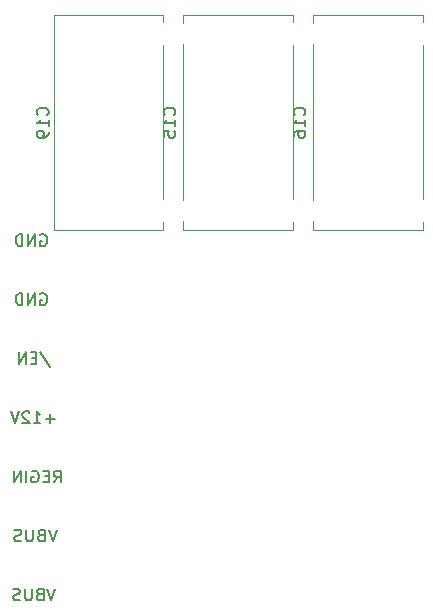
<source format=gbo>
G04 #@! TF.GenerationSoftware,KiCad,Pcbnew,6.0.2+dfsg-1*
G04 #@! TF.CreationDate,2024-12-12T20:43:20+00:00*
G04 #@! TF.ProjectId,HV_PSU,48565f50-5355-42e6-9b69-6361645f7063,rev?*
G04 #@! TF.SameCoordinates,Original*
G04 #@! TF.FileFunction,Legend,Bot*
G04 #@! TF.FilePolarity,Positive*
%FSLAX46Y46*%
G04 Gerber Fmt 4.6, Leading zero omitted, Abs format (unit mm)*
G04 Created by KiCad (PCBNEW 6.0.2+dfsg-1) date 2024-12-12 20:43:20*
%MOMM*%
%LPD*%
G01*
G04 APERTURE LIST*
G04 Aperture macros list*
%AMHorizOval*
0 Thick line with rounded ends*
0 $1 width*
0 $2 $3 position (X,Y) of the first rounded end (center of the circle)*
0 $4 $5 position (X,Y) of the second rounded end (center of the circle)*
0 Add line between two ends*
20,1,$1,$2,$3,$4,$5,0*
0 Add two circle primitives to create the rounded ends*
1,1,$1,$2,$3*
1,1,$1,$4,$5*%
%AMRotRect*
0 Rectangle, with rotation*
0 The origin of the aperture is its center*
0 $1 length*
0 $2 width*
0 $3 Rotation angle, in degrees counterclockwise*
0 Add horizontal line*
21,1,$1,$2,0,0,$3*%
G04 Aperture macros list end*
%ADD10C,0.150000*%
%ADD11C,0.120000*%
%ADD12RotRect,2.400000X2.400000X267.000000*%
%ADD13HorizOval,2.400000X0.000000X0.000000X0.000000X0.000000X0*%
%ADD14C,2.000000*%
%ADD15C,0.800000*%
%ADD16C,6.400000*%
%ADD17C,5.000000*%
%ADD18C,2.400000*%
%ADD19C,3.800000*%
%ADD20RotRect,2.400000X2.400000X93.000000*%
%ADD21HorizOval,2.400000X0.000000X0.000000X0.000000X0.000000X0*%
%ADD22R,4.000000X4.000000*%
%ADD23C,4.000000*%
%ADD24C,3.000000*%
%ADD25R,2.600000X2.600000*%
%ADD26C,2.600000*%
G04 APERTURE END LIST*
D10*
X81011904Y-116750000D02*
X81107142Y-116702380D01*
X81250000Y-116702380D01*
X81392857Y-116750000D01*
X81488095Y-116845238D01*
X81535714Y-116940476D01*
X81583333Y-117130952D01*
X81583333Y-117273809D01*
X81535714Y-117464285D01*
X81488095Y-117559523D01*
X81392857Y-117654761D01*
X81250000Y-117702380D01*
X81154761Y-117702380D01*
X81011904Y-117654761D01*
X80964285Y-117607142D01*
X80964285Y-117273809D01*
X81154761Y-117273809D01*
X80535714Y-117702380D02*
X80535714Y-116702380D01*
X79964285Y-117702380D01*
X79964285Y-116702380D01*
X79488095Y-117702380D02*
X79488095Y-116702380D01*
X79250000Y-116702380D01*
X79107142Y-116750000D01*
X79011904Y-116845238D01*
X78964285Y-116940476D01*
X78916666Y-117130952D01*
X78916666Y-117273809D01*
X78964285Y-117464285D01*
X79011904Y-117559523D01*
X79107142Y-117654761D01*
X79250000Y-117702380D01*
X79488095Y-117702380D01*
X82283333Y-146702380D02*
X81950000Y-147702380D01*
X81616666Y-146702380D01*
X80950000Y-147178571D02*
X80807142Y-147226190D01*
X80759523Y-147273809D01*
X80711904Y-147369047D01*
X80711904Y-147511904D01*
X80759523Y-147607142D01*
X80807142Y-147654761D01*
X80902380Y-147702380D01*
X81283333Y-147702380D01*
X81283333Y-146702380D01*
X80950000Y-146702380D01*
X80854761Y-146750000D01*
X80807142Y-146797619D01*
X80759523Y-146892857D01*
X80759523Y-146988095D01*
X80807142Y-147083333D01*
X80854761Y-147130952D01*
X80950000Y-147178571D01*
X81283333Y-147178571D01*
X80283333Y-146702380D02*
X80283333Y-147511904D01*
X80235714Y-147607142D01*
X80188095Y-147654761D01*
X80092857Y-147702380D01*
X79902380Y-147702380D01*
X79807142Y-147654761D01*
X79759523Y-147607142D01*
X79711904Y-147511904D01*
X79711904Y-146702380D01*
X79283333Y-147654761D02*
X79140476Y-147702380D01*
X78902380Y-147702380D01*
X78807142Y-147654761D01*
X78759523Y-147607142D01*
X78711904Y-147511904D01*
X78711904Y-147416666D01*
X78759523Y-147321428D01*
X78807142Y-147273809D01*
X78902380Y-147226190D01*
X79092857Y-147178571D01*
X79188095Y-147130952D01*
X79235714Y-147083333D01*
X79283333Y-146988095D01*
X79283333Y-146892857D01*
X79235714Y-146797619D01*
X79188095Y-146750000D01*
X79092857Y-146702380D01*
X78854761Y-146702380D01*
X78711904Y-146750000D01*
X82383333Y-141702380D02*
X82050000Y-142702380D01*
X81716666Y-141702380D01*
X81050000Y-142178571D02*
X80907142Y-142226190D01*
X80859523Y-142273809D01*
X80811904Y-142369047D01*
X80811904Y-142511904D01*
X80859523Y-142607142D01*
X80907142Y-142654761D01*
X81002380Y-142702380D01*
X81383333Y-142702380D01*
X81383333Y-141702380D01*
X81050000Y-141702380D01*
X80954761Y-141750000D01*
X80907142Y-141797619D01*
X80859523Y-141892857D01*
X80859523Y-141988095D01*
X80907142Y-142083333D01*
X80954761Y-142130952D01*
X81050000Y-142178571D01*
X81383333Y-142178571D01*
X80383333Y-141702380D02*
X80383333Y-142511904D01*
X80335714Y-142607142D01*
X80288095Y-142654761D01*
X80192857Y-142702380D01*
X80002380Y-142702380D01*
X79907142Y-142654761D01*
X79859523Y-142607142D01*
X79811904Y-142511904D01*
X79811904Y-141702380D01*
X79383333Y-142654761D02*
X79240476Y-142702380D01*
X79002380Y-142702380D01*
X78907142Y-142654761D01*
X78859523Y-142607142D01*
X78811904Y-142511904D01*
X78811904Y-142416666D01*
X78859523Y-142321428D01*
X78907142Y-142273809D01*
X79002380Y-142226190D01*
X79192857Y-142178571D01*
X79288095Y-142130952D01*
X79335714Y-142083333D01*
X79383333Y-141988095D01*
X79383333Y-141892857D01*
X79335714Y-141797619D01*
X79288095Y-141750000D01*
X79192857Y-141702380D01*
X78954761Y-141702380D01*
X78811904Y-141750000D01*
X82154761Y-137702380D02*
X82488095Y-137226190D01*
X82726190Y-137702380D02*
X82726190Y-136702380D01*
X82345238Y-136702380D01*
X82250000Y-136750000D01*
X82202380Y-136797619D01*
X82154761Y-136892857D01*
X82154761Y-137035714D01*
X82202380Y-137130952D01*
X82250000Y-137178571D01*
X82345238Y-137226190D01*
X82726190Y-137226190D01*
X81726190Y-137178571D02*
X81392857Y-137178571D01*
X81250000Y-137702380D02*
X81726190Y-137702380D01*
X81726190Y-136702380D01*
X81250000Y-136702380D01*
X80297619Y-136750000D02*
X80392857Y-136702380D01*
X80535714Y-136702380D01*
X80678571Y-136750000D01*
X80773809Y-136845238D01*
X80821428Y-136940476D01*
X80869047Y-137130952D01*
X80869047Y-137273809D01*
X80821428Y-137464285D01*
X80773809Y-137559523D01*
X80678571Y-137654761D01*
X80535714Y-137702380D01*
X80440476Y-137702380D01*
X80297619Y-137654761D01*
X80250000Y-137607142D01*
X80250000Y-137273809D01*
X80440476Y-137273809D01*
X79821428Y-137702380D02*
X79821428Y-136702380D01*
X79345238Y-137702380D02*
X79345238Y-136702380D01*
X78773809Y-137702380D01*
X78773809Y-136702380D01*
X81011904Y-121750000D02*
X81107142Y-121702380D01*
X81250000Y-121702380D01*
X81392857Y-121750000D01*
X81488095Y-121845238D01*
X81535714Y-121940476D01*
X81583333Y-122130952D01*
X81583333Y-122273809D01*
X81535714Y-122464285D01*
X81488095Y-122559523D01*
X81392857Y-122654761D01*
X81250000Y-122702380D01*
X81154761Y-122702380D01*
X81011904Y-122654761D01*
X80964285Y-122607142D01*
X80964285Y-122273809D01*
X81154761Y-122273809D01*
X80535714Y-122702380D02*
X80535714Y-121702380D01*
X79964285Y-122702380D01*
X79964285Y-121702380D01*
X79488095Y-122702380D02*
X79488095Y-121702380D01*
X79250000Y-121702380D01*
X79107142Y-121750000D01*
X79011904Y-121845238D01*
X78964285Y-121940476D01*
X78916666Y-122130952D01*
X78916666Y-122273809D01*
X78964285Y-122464285D01*
X79011904Y-122559523D01*
X79107142Y-122654761D01*
X79250000Y-122702380D01*
X79488095Y-122702380D01*
X80997619Y-126654761D02*
X81854761Y-127940476D01*
X80664285Y-127178571D02*
X80330952Y-127178571D01*
X80188095Y-127702380D02*
X80664285Y-127702380D01*
X80664285Y-126702380D01*
X80188095Y-126702380D01*
X79759523Y-127702380D02*
X79759523Y-126702380D01*
X79188095Y-127702380D01*
X79188095Y-126702380D01*
X82211904Y-132321428D02*
X81450000Y-132321428D01*
X81830952Y-132702380D02*
X81830952Y-131940476D01*
X80450000Y-132702380D02*
X81021428Y-132702380D01*
X80735714Y-132702380D02*
X80735714Y-131702380D01*
X80830952Y-131845238D01*
X80926190Y-131940476D01*
X81021428Y-131988095D01*
X80069047Y-131797619D02*
X80021428Y-131750000D01*
X79926190Y-131702380D01*
X79688095Y-131702380D01*
X79592857Y-131750000D01*
X79545238Y-131797619D01*
X79497619Y-131892857D01*
X79497619Y-131988095D01*
X79545238Y-132130952D01*
X80116666Y-132702380D01*
X79497619Y-132702380D01*
X79211904Y-131702380D02*
X78878571Y-132702380D01*
X78545238Y-131702380D01*
X103357142Y-106607142D02*
X103404761Y-106559523D01*
X103452380Y-106416666D01*
X103452380Y-106321428D01*
X103404761Y-106178571D01*
X103309523Y-106083333D01*
X103214285Y-106035714D01*
X103023809Y-105988095D01*
X102880952Y-105988095D01*
X102690476Y-106035714D01*
X102595238Y-106083333D01*
X102500000Y-106178571D01*
X102452380Y-106321428D01*
X102452380Y-106416666D01*
X102500000Y-106559523D01*
X102547619Y-106607142D01*
X103452380Y-107559523D02*
X103452380Y-106988095D01*
X103452380Y-107273809D02*
X102452380Y-107273809D01*
X102595238Y-107178571D01*
X102690476Y-107083333D01*
X102738095Y-106988095D01*
X102452380Y-108416666D02*
X102452380Y-108226190D01*
X102500000Y-108130952D01*
X102547619Y-108083333D01*
X102690476Y-107988095D01*
X102880952Y-107940476D01*
X103261904Y-107940476D01*
X103357142Y-107988095D01*
X103404761Y-108035714D01*
X103452380Y-108130952D01*
X103452380Y-108321428D01*
X103404761Y-108416666D01*
X103357142Y-108464285D01*
X103261904Y-108511904D01*
X103023809Y-108511904D01*
X102928571Y-108464285D01*
X102880952Y-108416666D01*
X102833333Y-108321428D01*
X102833333Y-108130952D01*
X102880952Y-108035714D01*
X102928571Y-107988095D01*
X103023809Y-107940476D01*
X81607142Y-106607142D02*
X81654761Y-106559523D01*
X81702380Y-106416666D01*
X81702380Y-106321428D01*
X81654761Y-106178571D01*
X81559523Y-106083333D01*
X81464285Y-106035714D01*
X81273809Y-105988095D01*
X81130952Y-105988095D01*
X80940476Y-106035714D01*
X80845238Y-106083333D01*
X80750000Y-106178571D01*
X80702380Y-106321428D01*
X80702380Y-106416666D01*
X80750000Y-106559523D01*
X80797619Y-106607142D01*
X81702380Y-107559523D02*
X81702380Y-106988095D01*
X81702380Y-107273809D02*
X80702380Y-107273809D01*
X80845238Y-107178571D01*
X80940476Y-107083333D01*
X80988095Y-106988095D01*
X81702380Y-108035714D02*
X81702380Y-108226190D01*
X81654761Y-108321428D01*
X81607142Y-108369047D01*
X81464285Y-108464285D01*
X81273809Y-108511904D01*
X80892857Y-108511904D01*
X80797619Y-108464285D01*
X80750000Y-108416666D01*
X80702380Y-108321428D01*
X80702380Y-108130952D01*
X80750000Y-108035714D01*
X80797619Y-107988095D01*
X80892857Y-107940476D01*
X81130952Y-107940476D01*
X81226190Y-107988095D01*
X81273809Y-108035714D01*
X81321428Y-108130952D01*
X81321428Y-108321428D01*
X81273809Y-108416666D01*
X81226190Y-108464285D01*
X81130952Y-108511904D01*
X92357142Y-106607142D02*
X92404761Y-106559523D01*
X92452380Y-106416666D01*
X92452380Y-106321428D01*
X92404761Y-106178571D01*
X92309523Y-106083333D01*
X92214285Y-106035714D01*
X92023809Y-105988095D01*
X91880952Y-105988095D01*
X91690476Y-106035714D01*
X91595238Y-106083333D01*
X91500000Y-106178571D01*
X91452380Y-106321428D01*
X91452380Y-106416666D01*
X91500000Y-106559523D01*
X91547619Y-106607142D01*
X92452380Y-107559523D02*
X92452380Y-106988095D01*
X92452380Y-107273809D02*
X91452380Y-107273809D01*
X91595238Y-107178571D01*
X91690476Y-107083333D01*
X91738095Y-106988095D01*
X91452380Y-108464285D02*
X91452380Y-107988095D01*
X91928571Y-107940476D01*
X91880952Y-107988095D01*
X91833333Y-108083333D01*
X91833333Y-108321428D01*
X91880952Y-108416666D01*
X91928571Y-108464285D01*
X92023809Y-108511904D01*
X92261904Y-108511904D01*
X92357142Y-108464285D01*
X92404761Y-108416666D01*
X92452380Y-108321428D01*
X92452380Y-108083333D01*
X92404761Y-107988095D01*
X92357142Y-107940476D01*
D11*
X113370000Y-98130000D02*
X113370000Y-116370000D01*
X104130000Y-98130000D02*
X104130000Y-116370000D01*
X104130000Y-116370000D02*
X113370000Y-116370000D01*
X104130000Y-98130000D02*
X113370000Y-98130000D01*
X82130000Y-116370000D02*
X91370000Y-116370000D01*
X91370000Y-98130000D02*
X91370000Y-116370000D01*
X82130000Y-98130000D02*
X82130000Y-116370000D01*
X82130000Y-98130000D02*
X91370000Y-98130000D01*
X93130000Y-116370000D02*
X102370000Y-116370000D01*
X93130000Y-98130000D02*
X93130000Y-116370000D01*
X102370000Y-98130000D02*
X102370000Y-116370000D01*
X93130000Y-98130000D02*
X102370000Y-98130000D01*
%LPC*%
D12*
X234276243Y-127139968D03*
D13*
X233478643Y-142359082D03*
D14*
X204404466Y-89051376D03*
X216904466Y-89051376D03*
D15*
X77850000Y-153250000D03*
X82650000Y-153250000D03*
X78552944Y-151552944D03*
D16*
X80250000Y-153250000D03*
D15*
X80250000Y-155650000D03*
X80250000Y-150850000D03*
X81947056Y-151552944D03*
X78552944Y-154947056D03*
X81947056Y-154947056D03*
D17*
X130250000Y-97250000D03*
X123250000Y-97250000D03*
X130250000Y-105250000D03*
X123250000Y-105250000D03*
X123250000Y-111250000D03*
X130250000Y-111250000D03*
X123250000Y-119250000D03*
X130250000Y-119250000D03*
D18*
X92250000Y-99750000D03*
X92250000Y-114750000D03*
D19*
X176750000Y-145250000D03*
D14*
X243774466Y-89051376D03*
X256274466Y-89051376D03*
D15*
X168552944Y-154947056D03*
X167850000Y-153250000D03*
X171947056Y-151552944D03*
X168552944Y-151552944D03*
X170250000Y-155650000D03*
X172650000Y-153250000D03*
X170250000Y-150850000D03*
D16*
X170250000Y-153250000D03*
D15*
X171947056Y-154947056D03*
D19*
X176750000Y-151250000D03*
X189250000Y-109471376D03*
D20*
X224568065Y-108946546D03*
D21*
X223770465Y-93727432D03*
D14*
X232979466Y-147471376D03*
X245479466Y-147471376D03*
D20*
X245504570Y-142172571D03*
D21*
X244706970Y-126953457D03*
D20*
X207259356Y-142169723D03*
D21*
X206461756Y-126950609D03*
D14*
X193609466Y-147471376D03*
X206109466Y-147471376D03*
D22*
X108750000Y-146407832D03*
D23*
X108750000Y-136407832D03*
D12*
X235963316Y-93908720D03*
D13*
X235165716Y-109127834D03*
D18*
X103250000Y-99750000D03*
X103250000Y-114750000D03*
D12*
X215153096Y-127161983D03*
D13*
X214355496Y-142381097D03*
D20*
X262885756Y-108945596D03*
D21*
X262088156Y-93726482D03*
D20*
X205409221Y-108947021D03*
D21*
X204611621Y-93727907D03*
D20*
X226381963Y-142171147D03*
D21*
X225584363Y-126952033D03*
D14*
X213294466Y-147471376D03*
X225794466Y-147471376D03*
D18*
X114250000Y-99750000D03*
X114250000Y-114750000D03*
D24*
X143250000Y-154150000D03*
X143250000Y-138350000D03*
D12*
X253398800Y-127140443D03*
D13*
X252601200Y-142359557D03*
D20*
X243726909Y-108946071D03*
D21*
X242929309Y-93726957D03*
D12*
X255122110Y-93911094D03*
D13*
X254324510Y-109130208D03*
D20*
X264627183Y-142173995D03*
D21*
X263829583Y-126954881D03*
D14*
X224089466Y-89051376D03*
X236589466Y-89051376D03*
X188979466Y-102471376D03*
X189633665Y-89988507D03*
D12*
X197645554Y-93910619D03*
D13*
X196847954Y-109129733D03*
D19*
X269750000Y-142500000D03*
D14*
X252764466Y-147471376D03*
X265264466Y-147471376D03*
D19*
X189250000Y-141471376D03*
X176750000Y-139250000D03*
D12*
X216803933Y-93928836D03*
D13*
X216006333Y-109147950D03*
D12*
X196030954Y-127145665D03*
D13*
X195233354Y-142364779D03*
D15*
X81947056Y-81552944D03*
D16*
X80250000Y-83250000D03*
D15*
X81947056Y-84947056D03*
X78552944Y-81552944D03*
X80250000Y-85650000D03*
X80250000Y-80850000D03*
X77850000Y-83250000D03*
X82650000Y-83250000D03*
X78552944Y-84947056D03*
D25*
X80250000Y-114750000D03*
D26*
X80250000Y-119750000D03*
X80250000Y-124750000D03*
X80250000Y-129750000D03*
X80250000Y-134750000D03*
X80250000Y-139750000D03*
X80250000Y-144750000D03*
D18*
X108750000Y-99750000D03*
X108750000Y-114750000D03*
X86750000Y-99750000D03*
X86750000Y-114750000D03*
X97750000Y-99750000D03*
X97750000Y-114750000D03*
G36*
X109442121Y-117020002D02*
G01*
X109488614Y-117073658D01*
X109500000Y-117126000D01*
X109500000Y-128374000D01*
X109479998Y-128442121D01*
X109426342Y-128488614D01*
X109374000Y-128500000D01*
X99876000Y-128500000D01*
X99807879Y-128479998D01*
X99761386Y-128426342D01*
X99750000Y-128374000D01*
X99750000Y-117126000D01*
X99770002Y-117057879D01*
X99823658Y-117011386D01*
X99876000Y-117000000D01*
X109374000Y-117000000D01*
X109442121Y-117020002D01*
G37*
G36*
X109442121Y-86120002D02*
G01*
X109488614Y-86173658D01*
X109500000Y-86226000D01*
X109500000Y-97474000D01*
X109479998Y-97542121D01*
X109426342Y-97588614D01*
X109374000Y-97600000D01*
X99876000Y-97600000D01*
X99807879Y-97579998D01*
X99761386Y-97526342D01*
X99750000Y-97474000D01*
X99750000Y-86226000D01*
X99770002Y-86157879D01*
X99823658Y-86111386D01*
X99876000Y-86100000D01*
X109374000Y-86100000D01*
X109442121Y-86120002D01*
G37*
M02*

</source>
